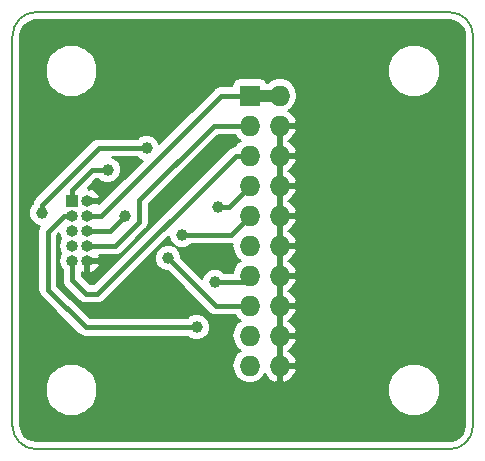
<source format=gbr>
G04 #@! TF.GenerationSoftware,KiCad,Pcbnew,5.0.1-33cea8e~68~ubuntu18.10.1*
G04 #@! TF.CreationDate,2018-11-20T09:41:42+02:00*
G04 #@! TF.ProjectId,BUS-BLASTER-AVR-1.27,4255532D424C41535445522D4156522D,v1.0*
G04 #@! TF.SameCoordinates,Original*
G04 #@! TF.FileFunction,Copper,L1,Top,Signal*
G04 #@! TF.FilePolarity,Positive*
%FSLAX46Y46*%
G04 Gerber Fmt 4.6, Leading zero omitted, Abs format (unit mm)*
G04 Created by KiCad (PCBNEW 5.0.1-33cea8e~68~ubuntu18.10.1) date ti 20. marraskuuta 2018 09.41.42*
%MOMM*%
%LPD*%
G01*
G04 APERTURE LIST*
G04 #@! TA.AperFunction,NonConductor*
%ADD10C,0.150000*%
G04 #@! TD*
G04 #@! TA.AperFunction,ComponentPad*
%ADD11R,1.000000X1.000000*%
G04 #@! TD*
G04 #@! TA.AperFunction,ComponentPad*
%ADD12O,1.000000X1.000000*%
G04 #@! TD*
G04 #@! TA.AperFunction,ComponentPad*
%ADD13R,1.727200X1.727200*%
G04 #@! TD*
G04 #@! TA.AperFunction,ComponentPad*
%ADD14O,1.727200X1.727200*%
G04 #@! TD*
G04 #@! TA.AperFunction,ViaPad*
%ADD15C,1.000000*%
G04 #@! TD*
G04 #@! TA.AperFunction,Conductor*
%ADD16C,0.400000*%
G04 #@! TD*
G04 #@! TA.AperFunction,Conductor*
%ADD17C,1.000000*%
G04 #@! TD*
G04 #@! TA.AperFunction,Conductor*
%ADD18C,0.200000*%
G04 #@! TD*
G04 APERTURE END LIST*
D10*
X65000000Y-87000000D02*
G75*
G02X63000000Y-85000000I0J2000000D01*
G01*
X102000000Y-85000000D02*
G75*
G02X100000000Y-87000000I-2000000J0D01*
G01*
X100000000Y-50000000D02*
G75*
G02X102000000Y-52000000I0J-2000000D01*
G01*
X63000000Y-52000000D02*
G75*
G02X65000000Y-50000000I2000000J0D01*
G01*
X65000000Y-50000000D02*
X100000000Y-50000000D01*
X102000000Y-85000000D02*
X102000000Y-52000000D01*
X65000000Y-87000000D02*
X100000000Y-87000000D01*
X63000000Y-52000000D02*
X63000000Y-85000000D01*
D11*
G04 #@! TO.P,J1,1*
G04 #@! TO.N,TCK*
X68050000Y-65970000D03*
D12*
G04 #@! TO.P,J1,2*
G04 #@! TO.N,GND*
X69320000Y-65970000D03*
G04 #@! TO.P,J1,3*
G04 #@! TO.N,TDO*
X68050000Y-67240000D03*
G04 #@! TO.P,J1,4*
G04 #@! TO.N,VREF*
X69320000Y-67240000D03*
G04 #@! TO.P,J1,5*
G04 #@! TO.N,TMS*
X68050000Y-68510000D03*
G04 #@! TO.P,J1,6*
G04 #@! TO.N,nSRST*
X69320000Y-68510000D03*
G04 #@! TO.P,J1,7*
G04 #@! TO.N,Net-(J1-Pad7)*
X68050000Y-69780000D03*
G04 #@! TO.P,J1,8*
G04 #@! TO.N,nTRST*
X69320000Y-69780000D03*
G04 #@! TO.P,J1,9*
G04 #@! TO.N,TDI*
X68050000Y-71050000D03*
G04 #@! TO.P,J1,10*
G04 #@! TO.N,GND*
X69320000Y-71050000D03*
G04 #@! TD*
D13*
G04 #@! TO.P,J2,1*
G04 #@! TO.N,VREF*
X83100000Y-57080000D03*
D14*
G04 #@! TO.P,J2,2*
X85640000Y-57080000D03*
G04 #@! TO.P,J2,3*
G04 #@! TO.N,nTRST*
X83100000Y-59620000D03*
G04 #@! TO.P,J2,4*
G04 #@! TO.N,GND*
X85640000Y-59620000D03*
G04 #@! TO.P,J2,5*
G04 #@! TO.N,TDI*
X83100000Y-62160000D03*
G04 #@! TO.P,J2,6*
G04 #@! TO.N,GND*
X85640000Y-62160000D03*
G04 #@! TO.P,J2,7*
G04 #@! TO.N,TMS*
X83100000Y-64700000D03*
G04 #@! TO.P,J2,8*
G04 #@! TO.N,GND*
X85640000Y-64700000D03*
G04 #@! TO.P,J2,9*
G04 #@! TO.N,TCK*
X83100000Y-67240000D03*
G04 #@! TO.P,J2,10*
G04 #@! TO.N,GND*
X85640000Y-67240000D03*
G04 #@! TO.P,J2,11*
G04 #@! TO.N,Net-(J2-Pad11)*
X83100000Y-69780000D03*
G04 #@! TO.P,J2,12*
G04 #@! TO.N,GND*
X85640000Y-69780000D03*
G04 #@! TO.P,J2,13*
G04 #@! TO.N,TDO*
X83100000Y-72320000D03*
G04 #@! TO.P,J2,14*
G04 #@! TO.N,GND*
X85640000Y-72320000D03*
G04 #@! TO.P,J2,15*
G04 #@! TO.N,nSRST*
X83100000Y-74860000D03*
G04 #@! TO.P,J2,16*
G04 #@! TO.N,GND*
X85640000Y-74860000D03*
G04 #@! TO.P,J2,17*
G04 #@! TO.N,Net-(J2-Pad17)*
X83100000Y-77400000D03*
G04 #@! TO.P,J2,18*
G04 #@! TO.N,GND*
X85640000Y-77400000D03*
G04 #@! TO.P,J2,19*
G04 #@! TO.N,Net-(J2-Pad19)*
X83100000Y-79940000D03*
G04 #@! TO.P,J2,20*
G04 #@! TO.N,GND*
X85640000Y-79940000D03*
G04 #@! TD*
D15*
G04 #@! TO.N,TCK*
X77350000Y-68850000D03*
X71050000Y-63350000D03*
G04 #@! TO.N,GND*
X71850000Y-74950000D03*
X78900000Y-70250000D03*
X71900000Y-58500000D03*
X75800000Y-54400000D03*
X90700000Y-55500000D03*
X91550000Y-62700000D03*
X97150000Y-68050000D03*
X91950000Y-73650000D03*
X89600000Y-82900000D03*
X81850000Y-83750000D03*
X75100000Y-80100000D03*
X65550000Y-78500000D03*
X75900000Y-65800000D03*
X81150000Y-60950000D03*
X72850000Y-62900000D03*
G04 #@! TO.N,TDO*
X80150000Y-72850000D03*
X78600000Y-76700000D03*
G04 #@! TO.N,TMS*
X65500000Y-67000000D03*
X74350000Y-61500000D03*
X80400000Y-66499999D03*
G04 #@! TO.N,nSRST*
X72500000Y-67250000D03*
X76200001Y-70850001D03*
G04 #@! TD*
D16*
G04 #@! TO.N,TCK*
X83100000Y-67240000D02*
X81490000Y-68850000D01*
X81490000Y-68850000D02*
X78057106Y-68850000D01*
X78057106Y-68850000D02*
X77350000Y-68850000D01*
X68050000Y-65070000D02*
X69770000Y-63350000D01*
X68050000Y-65970000D02*
X68050000Y-65070000D01*
X70342894Y-63350000D02*
X71050000Y-63350000D01*
X69770000Y-63350000D02*
X70342894Y-63350000D01*
G04 #@! TO.N,TDO*
X82570000Y-72850000D02*
X83100000Y-72320000D01*
X80150000Y-72850000D02*
X82570000Y-72850000D01*
X68050000Y-67240000D02*
X67342894Y-67240000D01*
X66000000Y-68582894D02*
X66000000Y-73500000D01*
X66000000Y-73500000D02*
X69200000Y-76700000D01*
X69200000Y-76700000D02*
X77892894Y-76700000D01*
X77892894Y-76700000D02*
X78600000Y-76700000D01*
X67342894Y-67240000D02*
X66000000Y-68582894D01*
D17*
G04 #@! TO.N,VREF*
X83100000Y-57100000D02*
X85640000Y-57100000D01*
D16*
X70510000Y-67240000D02*
X69320000Y-67240000D01*
X83100000Y-57080000D02*
X80670000Y-57080000D01*
X80670000Y-57080000D02*
X70510000Y-67240000D01*
G04 #@! TO.N,TMS*
X70292894Y-61500000D02*
X74350000Y-61500000D01*
X65500000Y-67000000D02*
X65500000Y-66292894D01*
X65500000Y-66292894D02*
X70292894Y-61500000D01*
X81300001Y-66499999D02*
X81107106Y-66499999D01*
X81107106Y-66499999D02*
X80400000Y-66499999D01*
X83100000Y-64700000D02*
X81300001Y-66499999D01*
G04 #@! TO.N,nSRST*
X69320000Y-68510000D02*
X71240000Y-68510000D01*
X71240000Y-68510000D02*
X72500000Y-67250000D01*
X83100000Y-74860000D02*
X80210000Y-74860000D01*
X76700000Y-71350000D02*
X76200001Y-70850001D01*
X80210000Y-74860000D02*
X76700000Y-71350000D01*
G04 #@! TO.N,nTRST*
X80030000Y-59620000D02*
X83100000Y-59620000D01*
X73750000Y-65900000D02*
X80030000Y-59620000D01*
X73750000Y-67748686D02*
X73750000Y-65900000D01*
X69320000Y-69780000D02*
X71718686Y-69780000D01*
X71718686Y-69780000D02*
X73750000Y-67748686D01*
G04 #@! TO.N,TDI*
X68050000Y-72700000D02*
X68050000Y-71050000D01*
X69200000Y-73850000D02*
X68050000Y-72700000D01*
X70200000Y-73850000D02*
X69200000Y-73850000D01*
X83100000Y-62160000D02*
X81890000Y-62160000D01*
X81890000Y-62160000D02*
X70200000Y-73850000D01*
G04 #@! TD*
D18*
G04 #@! TO.N,GND*
G36*
X100369950Y-50734868D02*
X100710162Y-50889553D01*
X100993282Y-51133505D01*
X101196554Y-51447115D01*
X101310322Y-51827530D01*
X101325001Y-52025060D01*
X101325000Y-84951910D01*
X101265132Y-85369952D01*
X101110448Y-85710160D01*
X100866494Y-85993283D01*
X100552886Y-86196553D01*
X100172470Y-86310322D01*
X99974953Y-86325000D01*
X65048090Y-86325000D01*
X64630048Y-86265132D01*
X64289840Y-86110448D01*
X64006717Y-85866494D01*
X63803447Y-85552886D01*
X63689678Y-85172470D01*
X63675000Y-84974953D01*
X63675000Y-81562393D01*
X65800000Y-81562393D01*
X65800000Y-82437607D01*
X66134930Y-83246200D01*
X66753800Y-83865070D01*
X67562393Y-84200000D01*
X68437607Y-84200000D01*
X69246200Y-83865070D01*
X69865070Y-83246200D01*
X70200000Y-82437607D01*
X70200000Y-81562393D01*
X94800000Y-81562393D01*
X94800000Y-82437607D01*
X95134930Y-83246200D01*
X95753800Y-83865070D01*
X96562393Y-84200000D01*
X97437607Y-84200000D01*
X98246200Y-83865070D01*
X98865070Y-83246200D01*
X99200000Y-82437607D01*
X99200000Y-81562393D01*
X98865070Y-80753800D01*
X98246200Y-80134930D01*
X97437607Y-79800000D01*
X96562393Y-79800000D01*
X95753800Y-80134930D01*
X95134930Y-80753800D01*
X94800000Y-81562393D01*
X70200000Y-81562393D01*
X69865070Y-80753800D01*
X69246200Y-80134930D01*
X68437607Y-79800000D01*
X67562393Y-79800000D01*
X66753800Y-80134930D01*
X66134930Y-80753800D01*
X65800000Y-81562393D01*
X63675000Y-81562393D01*
X63675000Y-66781196D01*
X64400000Y-66781196D01*
X64400000Y-67218804D01*
X64567465Y-67623100D01*
X64876900Y-67932535D01*
X65281196Y-68100000D01*
X65360509Y-68100000D01*
X65246417Y-68270751D01*
X65200000Y-68504106D01*
X65200000Y-68504110D01*
X65184329Y-68582894D01*
X65200000Y-68661678D01*
X65200001Y-73421211D01*
X65184329Y-73500000D01*
X65246418Y-73812144D01*
X65378603Y-74009973D01*
X65378605Y-74009975D01*
X65423234Y-74076767D01*
X65490026Y-74121396D01*
X68578604Y-77209975D01*
X68623233Y-77276767D01*
X68887856Y-77453583D01*
X69121211Y-77500000D01*
X69121215Y-77500000D01*
X69199999Y-77515671D01*
X69278783Y-77500000D01*
X77844365Y-77500000D01*
X77976900Y-77632535D01*
X78381196Y-77800000D01*
X78818804Y-77800000D01*
X79223100Y-77632535D01*
X79532535Y-77323100D01*
X79700000Y-76918804D01*
X79700000Y-76481196D01*
X79532535Y-76076900D01*
X79223100Y-75767465D01*
X78818804Y-75600000D01*
X78381196Y-75600000D01*
X77976900Y-75767465D01*
X77844365Y-75900000D01*
X69531371Y-75900000D01*
X66800000Y-73168630D01*
X66800000Y-68914264D01*
X66974211Y-68740054D01*
X67013823Y-68939199D01*
X67151335Y-69145000D01*
X67013823Y-69350801D01*
X66928450Y-69780000D01*
X67013823Y-70209199D01*
X67151335Y-70415000D01*
X67013823Y-70620801D01*
X66928450Y-71050000D01*
X67013823Y-71479199D01*
X67250001Y-71832664D01*
X67250000Y-72621216D01*
X67234329Y-72700000D01*
X67250000Y-72778784D01*
X67250000Y-72778788D01*
X67296417Y-73012143D01*
X67473233Y-73276767D01*
X67540028Y-73321398D01*
X68578602Y-74359972D01*
X68623233Y-74426767D01*
X68701332Y-74478951D01*
X68887855Y-74603583D01*
X68937950Y-74613547D01*
X69121211Y-74650000D01*
X69121215Y-74650000D01*
X69200000Y-74665671D01*
X69278785Y-74650000D01*
X70121216Y-74650000D01*
X70200000Y-74665671D01*
X70278784Y-74650000D01*
X70278789Y-74650000D01*
X70512144Y-74603583D01*
X70776767Y-74426767D01*
X70821398Y-74359972D01*
X76250000Y-68931370D01*
X76250000Y-69068804D01*
X76417465Y-69473100D01*
X76726900Y-69782535D01*
X77131196Y-69950000D01*
X77568804Y-69950000D01*
X77973100Y-69782535D01*
X78105635Y-69650000D01*
X81411216Y-69650000D01*
X81490000Y-69665671D01*
X81568784Y-69650000D01*
X81568789Y-69650000D01*
X81636255Y-69636580D01*
X81607727Y-69780000D01*
X81721320Y-70351068D01*
X82044804Y-70835196D01*
X82366281Y-71050000D01*
X82044804Y-71264804D01*
X81721320Y-71748932D01*
X81661434Y-72050000D01*
X80905635Y-72050000D01*
X80773100Y-71917465D01*
X80368804Y-71750000D01*
X79931196Y-71750000D01*
X79526900Y-71917465D01*
X79217465Y-72226900D01*
X79068325Y-72586955D01*
X77300001Y-70818631D01*
X77300001Y-70631197D01*
X77132536Y-70226901D01*
X76823101Y-69917466D01*
X76418805Y-69750001D01*
X75981197Y-69750001D01*
X75576901Y-69917466D01*
X75267466Y-70226901D01*
X75100001Y-70631197D01*
X75100001Y-71068805D01*
X75267466Y-71473101D01*
X75576901Y-71782536D01*
X75981197Y-71950001D01*
X76168631Y-71950001D01*
X79588602Y-75369972D01*
X79633233Y-75436767D01*
X79781347Y-75535734D01*
X79897855Y-75613583D01*
X79947950Y-75623547D01*
X80131211Y-75660000D01*
X80131215Y-75660000D01*
X80210000Y-75675671D01*
X80288785Y-75660000D01*
X81874287Y-75660000D01*
X82044804Y-75915196D01*
X82366281Y-76130000D01*
X82044804Y-76344804D01*
X81721320Y-76828932D01*
X81607727Y-77400000D01*
X81721320Y-77971068D01*
X82044804Y-78455196D01*
X82366281Y-78670000D01*
X82044804Y-78884804D01*
X81721320Y-79368932D01*
X81607727Y-79940000D01*
X81721320Y-80511068D01*
X82044804Y-80995196D01*
X82528932Y-81318680D01*
X82955852Y-81403600D01*
X83244148Y-81403600D01*
X83671068Y-81318680D01*
X84155196Y-80995196D01*
X84367302Y-80677756D01*
X84744000Y-81107402D01*
X85258949Y-81361423D01*
X85486000Y-81251532D01*
X85486000Y-80094000D01*
X85794000Y-80094000D01*
X85794000Y-81251532D01*
X86021051Y-81361423D01*
X86536000Y-81107402D01*
X86914541Y-80675654D01*
X87061411Y-80321049D01*
X86950583Y-80094000D01*
X85794000Y-80094000D01*
X85486000Y-80094000D01*
X85466000Y-80094000D01*
X85466000Y-79786000D01*
X85486000Y-79786000D01*
X85486000Y-77554000D01*
X85794000Y-77554000D01*
X85794000Y-79786000D01*
X86950583Y-79786000D01*
X87061411Y-79558951D01*
X86914541Y-79204346D01*
X86536000Y-78772598D01*
X86328014Y-78670000D01*
X86536000Y-78567402D01*
X86914541Y-78135654D01*
X87061411Y-77781049D01*
X86950583Y-77554000D01*
X85794000Y-77554000D01*
X85486000Y-77554000D01*
X85466000Y-77554000D01*
X85466000Y-77246000D01*
X85486000Y-77246000D01*
X85486000Y-75014000D01*
X85794000Y-75014000D01*
X85794000Y-77246000D01*
X86950583Y-77246000D01*
X87061411Y-77018951D01*
X86914541Y-76664346D01*
X86536000Y-76232598D01*
X86328014Y-76130000D01*
X86536000Y-76027402D01*
X86914541Y-75595654D01*
X87061411Y-75241049D01*
X86950583Y-75014000D01*
X85794000Y-75014000D01*
X85486000Y-75014000D01*
X85466000Y-75014000D01*
X85466000Y-74706000D01*
X85486000Y-74706000D01*
X85486000Y-72474000D01*
X85794000Y-72474000D01*
X85794000Y-74706000D01*
X86950583Y-74706000D01*
X87061411Y-74478951D01*
X86914541Y-74124346D01*
X86536000Y-73692598D01*
X86328014Y-73590000D01*
X86536000Y-73487402D01*
X86914541Y-73055654D01*
X87061411Y-72701049D01*
X86950583Y-72474000D01*
X85794000Y-72474000D01*
X85486000Y-72474000D01*
X85466000Y-72474000D01*
X85466000Y-72166000D01*
X85486000Y-72166000D01*
X85486000Y-69934000D01*
X85794000Y-69934000D01*
X85794000Y-72166000D01*
X86950583Y-72166000D01*
X87061411Y-71938951D01*
X86914541Y-71584346D01*
X86536000Y-71152598D01*
X86328014Y-71050000D01*
X86536000Y-70947402D01*
X86914541Y-70515654D01*
X87061411Y-70161049D01*
X86950583Y-69934000D01*
X85794000Y-69934000D01*
X85486000Y-69934000D01*
X85466000Y-69934000D01*
X85466000Y-69626000D01*
X85486000Y-69626000D01*
X85486000Y-67394000D01*
X85794000Y-67394000D01*
X85794000Y-69626000D01*
X86950583Y-69626000D01*
X87061411Y-69398951D01*
X86914541Y-69044346D01*
X86536000Y-68612598D01*
X86328014Y-68510000D01*
X86536000Y-68407402D01*
X86914541Y-67975654D01*
X87061411Y-67621049D01*
X86950583Y-67394000D01*
X85794000Y-67394000D01*
X85486000Y-67394000D01*
X85466000Y-67394000D01*
X85466000Y-67086000D01*
X85486000Y-67086000D01*
X85486000Y-64854000D01*
X85794000Y-64854000D01*
X85794000Y-67086000D01*
X86950583Y-67086000D01*
X87061411Y-66858951D01*
X86914541Y-66504346D01*
X86536000Y-66072598D01*
X86328014Y-65970000D01*
X86536000Y-65867402D01*
X86914541Y-65435654D01*
X87061411Y-65081049D01*
X86950583Y-64854000D01*
X85794000Y-64854000D01*
X85486000Y-64854000D01*
X85466000Y-64854000D01*
X85466000Y-64546000D01*
X85486000Y-64546000D01*
X85486000Y-62314000D01*
X85794000Y-62314000D01*
X85794000Y-64546000D01*
X86950583Y-64546000D01*
X87061411Y-64318951D01*
X86914541Y-63964346D01*
X86536000Y-63532598D01*
X86328014Y-63430000D01*
X86536000Y-63327402D01*
X86914541Y-62895654D01*
X87061411Y-62541049D01*
X86950583Y-62314000D01*
X85794000Y-62314000D01*
X85486000Y-62314000D01*
X85466000Y-62314000D01*
X85466000Y-62006000D01*
X85486000Y-62006000D01*
X85486000Y-59774000D01*
X85794000Y-59774000D01*
X85794000Y-62006000D01*
X86950583Y-62006000D01*
X87061411Y-61778951D01*
X86914541Y-61424346D01*
X86536000Y-60992598D01*
X86328014Y-60890000D01*
X86536000Y-60787402D01*
X86914541Y-60355654D01*
X87061411Y-60001049D01*
X86950583Y-59774000D01*
X85794000Y-59774000D01*
X85486000Y-59774000D01*
X85466000Y-59774000D01*
X85466000Y-59466000D01*
X85486000Y-59466000D01*
X85486000Y-59446000D01*
X85794000Y-59446000D01*
X85794000Y-59466000D01*
X86950583Y-59466000D01*
X87061411Y-59238951D01*
X86914541Y-58884346D01*
X86536000Y-58452598D01*
X86354308Y-58362970D01*
X86695196Y-58135196D01*
X87018680Y-57651068D01*
X87132273Y-57080000D01*
X87018680Y-56508932D01*
X86695196Y-56024804D01*
X86211068Y-55701320D01*
X85784148Y-55616400D01*
X85495852Y-55616400D01*
X85068932Y-55701320D01*
X84621926Y-56000000D01*
X84532309Y-56000000D01*
X84528787Y-55982292D01*
X84396175Y-55783825D01*
X84197708Y-55651213D01*
X83963600Y-55604646D01*
X82236400Y-55604646D01*
X82002292Y-55651213D01*
X81803825Y-55783825D01*
X81671213Y-55982292D01*
X81624646Y-56216400D01*
X81624646Y-56280000D01*
X80748784Y-56280000D01*
X80670000Y-56264329D01*
X80591216Y-56280000D01*
X80591211Y-56280000D01*
X80357856Y-56326417D01*
X80093233Y-56503233D01*
X80048604Y-56570025D01*
X75417030Y-61201599D01*
X75282535Y-60876900D01*
X74973100Y-60567465D01*
X74568804Y-60400000D01*
X74131196Y-60400000D01*
X73726900Y-60567465D01*
X73594365Y-60700000D01*
X70371679Y-60700000D01*
X70292894Y-60684329D01*
X70214109Y-60700000D01*
X70214105Y-60700000D01*
X70030844Y-60736453D01*
X69980749Y-60746417D01*
X69864241Y-60824266D01*
X69716127Y-60923233D01*
X69671496Y-60990028D01*
X64990026Y-65671498D01*
X64923234Y-65716127D01*
X64878605Y-65782919D01*
X64878603Y-65782921D01*
X64784850Y-65923232D01*
X64746418Y-65980750D01*
X64700000Y-66214105D01*
X64700000Y-66214110D01*
X64692488Y-66251877D01*
X64567465Y-66376900D01*
X64400000Y-66781196D01*
X63675000Y-66781196D01*
X63675000Y-54562393D01*
X65800000Y-54562393D01*
X65800000Y-55437607D01*
X66134930Y-56246200D01*
X66753800Y-56865070D01*
X67562393Y-57200000D01*
X68437607Y-57200000D01*
X69246200Y-56865070D01*
X69865070Y-56246200D01*
X70200000Y-55437607D01*
X70200000Y-54562393D01*
X94800000Y-54562393D01*
X94800000Y-55437607D01*
X95134930Y-56246200D01*
X95753800Y-56865070D01*
X96562393Y-57200000D01*
X97437607Y-57200000D01*
X98246200Y-56865070D01*
X98865070Y-56246200D01*
X99200000Y-55437607D01*
X99200000Y-54562393D01*
X98865070Y-53753800D01*
X98246200Y-53134930D01*
X97437607Y-52800000D01*
X96562393Y-52800000D01*
X95753800Y-53134930D01*
X95134930Y-53753800D01*
X94800000Y-54562393D01*
X70200000Y-54562393D01*
X69865070Y-53753800D01*
X69246200Y-53134930D01*
X68437607Y-52800000D01*
X67562393Y-52800000D01*
X66753800Y-53134930D01*
X66134930Y-53753800D01*
X65800000Y-54562393D01*
X63675000Y-54562393D01*
X63675000Y-52048090D01*
X63734868Y-51630050D01*
X63889553Y-51289838D01*
X64133505Y-51006718D01*
X64447115Y-50803446D01*
X64827530Y-50689678D01*
X65025046Y-50675000D01*
X99951910Y-50675000D01*
X100369950Y-50734868D01*
X100369950Y-50734868D01*
G37*
X100369950Y-50734868D02*
X100710162Y-50889553D01*
X100993282Y-51133505D01*
X101196554Y-51447115D01*
X101310322Y-51827530D01*
X101325001Y-52025060D01*
X101325000Y-84951910D01*
X101265132Y-85369952D01*
X101110448Y-85710160D01*
X100866494Y-85993283D01*
X100552886Y-86196553D01*
X100172470Y-86310322D01*
X99974953Y-86325000D01*
X65048090Y-86325000D01*
X64630048Y-86265132D01*
X64289840Y-86110448D01*
X64006717Y-85866494D01*
X63803447Y-85552886D01*
X63689678Y-85172470D01*
X63675000Y-84974953D01*
X63675000Y-81562393D01*
X65800000Y-81562393D01*
X65800000Y-82437607D01*
X66134930Y-83246200D01*
X66753800Y-83865070D01*
X67562393Y-84200000D01*
X68437607Y-84200000D01*
X69246200Y-83865070D01*
X69865070Y-83246200D01*
X70200000Y-82437607D01*
X70200000Y-81562393D01*
X94800000Y-81562393D01*
X94800000Y-82437607D01*
X95134930Y-83246200D01*
X95753800Y-83865070D01*
X96562393Y-84200000D01*
X97437607Y-84200000D01*
X98246200Y-83865070D01*
X98865070Y-83246200D01*
X99200000Y-82437607D01*
X99200000Y-81562393D01*
X98865070Y-80753800D01*
X98246200Y-80134930D01*
X97437607Y-79800000D01*
X96562393Y-79800000D01*
X95753800Y-80134930D01*
X95134930Y-80753800D01*
X94800000Y-81562393D01*
X70200000Y-81562393D01*
X69865070Y-80753800D01*
X69246200Y-80134930D01*
X68437607Y-79800000D01*
X67562393Y-79800000D01*
X66753800Y-80134930D01*
X66134930Y-80753800D01*
X65800000Y-81562393D01*
X63675000Y-81562393D01*
X63675000Y-66781196D01*
X64400000Y-66781196D01*
X64400000Y-67218804D01*
X64567465Y-67623100D01*
X64876900Y-67932535D01*
X65281196Y-68100000D01*
X65360509Y-68100000D01*
X65246417Y-68270751D01*
X65200000Y-68504106D01*
X65200000Y-68504110D01*
X65184329Y-68582894D01*
X65200000Y-68661678D01*
X65200001Y-73421211D01*
X65184329Y-73500000D01*
X65246418Y-73812144D01*
X65378603Y-74009973D01*
X65378605Y-74009975D01*
X65423234Y-74076767D01*
X65490026Y-74121396D01*
X68578604Y-77209975D01*
X68623233Y-77276767D01*
X68887856Y-77453583D01*
X69121211Y-77500000D01*
X69121215Y-77500000D01*
X69199999Y-77515671D01*
X69278783Y-77500000D01*
X77844365Y-77500000D01*
X77976900Y-77632535D01*
X78381196Y-77800000D01*
X78818804Y-77800000D01*
X79223100Y-77632535D01*
X79532535Y-77323100D01*
X79700000Y-76918804D01*
X79700000Y-76481196D01*
X79532535Y-76076900D01*
X79223100Y-75767465D01*
X78818804Y-75600000D01*
X78381196Y-75600000D01*
X77976900Y-75767465D01*
X77844365Y-75900000D01*
X69531371Y-75900000D01*
X66800000Y-73168630D01*
X66800000Y-68914264D01*
X66974211Y-68740054D01*
X67013823Y-68939199D01*
X67151335Y-69145000D01*
X67013823Y-69350801D01*
X66928450Y-69780000D01*
X67013823Y-70209199D01*
X67151335Y-70415000D01*
X67013823Y-70620801D01*
X66928450Y-71050000D01*
X67013823Y-71479199D01*
X67250001Y-71832664D01*
X67250000Y-72621216D01*
X67234329Y-72700000D01*
X67250000Y-72778784D01*
X67250000Y-72778788D01*
X67296417Y-73012143D01*
X67473233Y-73276767D01*
X67540028Y-73321398D01*
X68578602Y-74359972D01*
X68623233Y-74426767D01*
X68701332Y-74478951D01*
X68887855Y-74603583D01*
X68937950Y-74613547D01*
X69121211Y-74650000D01*
X69121215Y-74650000D01*
X69200000Y-74665671D01*
X69278785Y-74650000D01*
X70121216Y-74650000D01*
X70200000Y-74665671D01*
X70278784Y-74650000D01*
X70278789Y-74650000D01*
X70512144Y-74603583D01*
X70776767Y-74426767D01*
X70821398Y-74359972D01*
X76250000Y-68931370D01*
X76250000Y-69068804D01*
X76417465Y-69473100D01*
X76726900Y-69782535D01*
X77131196Y-69950000D01*
X77568804Y-69950000D01*
X77973100Y-69782535D01*
X78105635Y-69650000D01*
X81411216Y-69650000D01*
X81490000Y-69665671D01*
X81568784Y-69650000D01*
X81568789Y-69650000D01*
X81636255Y-69636580D01*
X81607727Y-69780000D01*
X81721320Y-70351068D01*
X82044804Y-70835196D01*
X82366281Y-71050000D01*
X82044804Y-71264804D01*
X81721320Y-71748932D01*
X81661434Y-72050000D01*
X80905635Y-72050000D01*
X80773100Y-71917465D01*
X80368804Y-71750000D01*
X79931196Y-71750000D01*
X79526900Y-71917465D01*
X79217465Y-72226900D01*
X79068325Y-72586955D01*
X77300001Y-70818631D01*
X77300001Y-70631197D01*
X77132536Y-70226901D01*
X76823101Y-69917466D01*
X76418805Y-69750001D01*
X75981197Y-69750001D01*
X75576901Y-69917466D01*
X75267466Y-70226901D01*
X75100001Y-70631197D01*
X75100001Y-71068805D01*
X75267466Y-71473101D01*
X75576901Y-71782536D01*
X75981197Y-71950001D01*
X76168631Y-71950001D01*
X79588602Y-75369972D01*
X79633233Y-75436767D01*
X79781347Y-75535734D01*
X79897855Y-75613583D01*
X79947950Y-75623547D01*
X80131211Y-75660000D01*
X80131215Y-75660000D01*
X80210000Y-75675671D01*
X80288785Y-75660000D01*
X81874287Y-75660000D01*
X82044804Y-75915196D01*
X82366281Y-76130000D01*
X82044804Y-76344804D01*
X81721320Y-76828932D01*
X81607727Y-77400000D01*
X81721320Y-77971068D01*
X82044804Y-78455196D01*
X82366281Y-78670000D01*
X82044804Y-78884804D01*
X81721320Y-79368932D01*
X81607727Y-79940000D01*
X81721320Y-80511068D01*
X82044804Y-80995196D01*
X82528932Y-81318680D01*
X82955852Y-81403600D01*
X83244148Y-81403600D01*
X83671068Y-81318680D01*
X84155196Y-80995196D01*
X84367302Y-80677756D01*
X84744000Y-81107402D01*
X85258949Y-81361423D01*
X85486000Y-81251532D01*
X85486000Y-80094000D01*
X85794000Y-80094000D01*
X85794000Y-81251532D01*
X86021051Y-81361423D01*
X86536000Y-81107402D01*
X86914541Y-80675654D01*
X87061411Y-80321049D01*
X86950583Y-80094000D01*
X85794000Y-80094000D01*
X85486000Y-80094000D01*
X85466000Y-80094000D01*
X85466000Y-79786000D01*
X85486000Y-79786000D01*
X85486000Y-77554000D01*
X85794000Y-77554000D01*
X85794000Y-79786000D01*
X86950583Y-79786000D01*
X87061411Y-79558951D01*
X86914541Y-79204346D01*
X86536000Y-78772598D01*
X86328014Y-78670000D01*
X86536000Y-78567402D01*
X86914541Y-78135654D01*
X87061411Y-77781049D01*
X86950583Y-77554000D01*
X85794000Y-77554000D01*
X85486000Y-77554000D01*
X85466000Y-77554000D01*
X85466000Y-77246000D01*
X85486000Y-77246000D01*
X85486000Y-75014000D01*
X85794000Y-75014000D01*
X85794000Y-77246000D01*
X86950583Y-77246000D01*
X87061411Y-77018951D01*
X86914541Y-76664346D01*
X86536000Y-76232598D01*
X86328014Y-76130000D01*
X86536000Y-76027402D01*
X86914541Y-75595654D01*
X87061411Y-75241049D01*
X86950583Y-75014000D01*
X85794000Y-75014000D01*
X85486000Y-75014000D01*
X85466000Y-75014000D01*
X85466000Y-74706000D01*
X85486000Y-74706000D01*
X85486000Y-72474000D01*
X85794000Y-72474000D01*
X85794000Y-74706000D01*
X86950583Y-74706000D01*
X87061411Y-74478951D01*
X86914541Y-74124346D01*
X86536000Y-73692598D01*
X86328014Y-73590000D01*
X86536000Y-73487402D01*
X86914541Y-73055654D01*
X87061411Y-72701049D01*
X86950583Y-72474000D01*
X85794000Y-72474000D01*
X85486000Y-72474000D01*
X85466000Y-72474000D01*
X85466000Y-72166000D01*
X85486000Y-72166000D01*
X85486000Y-69934000D01*
X85794000Y-69934000D01*
X85794000Y-72166000D01*
X86950583Y-72166000D01*
X87061411Y-71938951D01*
X86914541Y-71584346D01*
X86536000Y-71152598D01*
X86328014Y-71050000D01*
X86536000Y-70947402D01*
X86914541Y-70515654D01*
X87061411Y-70161049D01*
X86950583Y-69934000D01*
X85794000Y-69934000D01*
X85486000Y-69934000D01*
X85466000Y-69934000D01*
X85466000Y-69626000D01*
X85486000Y-69626000D01*
X85486000Y-67394000D01*
X85794000Y-67394000D01*
X85794000Y-69626000D01*
X86950583Y-69626000D01*
X87061411Y-69398951D01*
X86914541Y-69044346D01*
X86536000Y-68612598D01*
X86328014Y-68510000D01*
X86536000Y-68407402D01*
X86914541Y-67975654D01*
X87061411Y-67621049D01*
X86950583Y-67394000D01*
X85794000Y-67394000D01*
X85486000Y-67394000D01*
X85466000Y-67394000D01*
X85466000Y-67086000D01*
X85486000Y-67086000D01*
X85486000Y-64854000D01*
X85794000Y-64854000D01*
X85794000Y-67086000D01*
X86950583Y-67086000D01*
X87061411Y-66858951D01*
X86914541Y-66504346D01*
X86536000Y-66072598D01*
X86328014Y-65970000D01*
X86536000Y-65867402D01*
X86914541Y-65435654D01*
X87061411Y-65081049D01*
X86950583Y-64854000D01*
X85794000Y-64854000D01*
X85486000Y-64854000D01*
X85466000Y-64854000D01*
X85466000Y-64546000D01*
X85486000Y-64546000D01*
X85486000Y-62314000D01*
X85794000Y-62314000D01*
X85794000Y-64546000D01*
X86950583Y-64546000D01*
X87061411Y-64318951D01*
X86914541Y-63964346D01*
X86536000Y-63532598D01*
X86328014Y-63430000D01*
X86536000Y-63327402D01*
X86914541Y-62895654D01*
X87061411Y-62541049D01*
X86950583Y-62314000D01*
X85794000Y-62314000D01*
X85486000Y-62314000D01*
X85466000Y-62314000D01*
X85466000Y-62006000D01*
X85486000Y-62006000D01*
X85486000Y-59774000D01*
X85794000Y-59774000D01*
X85794000Y-62006000D01*
X86950583Y-62006000D01*
X87061411Y-61778951D01*
X86914541Y-61424346D01*
X86536000Y-60992598D01*
X86328014Y-60890000D01*
X86536000Y-60787402D01*
X86914541Y-60355654D01*
X87061411Y-60001049D01*
X86950583Y-59774000D01*
X85794000Y-59774000D01*
X85486000Y-59774000D01*
X85466000Y-59774000D01*
X85466000Y-59466000D01*
X85486000Y-59466000D01*
X85486000Y-59446000D01*
X85794000Y-59446000D01*
X85794000Y-59466000D01*
X86950583Y-59466000D01*
X87061411Y-59238951D01*
X86914541Y-58884346D01*
X86536000Y-58452598D01*
X86354308Y-58362970D01*
X86695196Y-58135196D01*
X87018680Y-57651068D01*
X87132273Y-57080000D01*
X87018680Y-56508932D01*
X86695196Y-56024804D01*
X86211068Y-55701320D01*
X85784148Y-55616400D01*
X85495852Y-55616400D01*
X85068932Y-55701320D01*
X84621926Y-56000000D01*
X84532309Y-56000000D01*
X84528787Y-55982292D01*
X84396175Y-55783825D01*
X84197708Y-55651213D01*
X83963600Y-55604646D01*
X82236400Y-55604646D01*
X82002292Y-55651213D01*
X81803825Y-55783825D01*
X81671213Y-55982292D01*
X81624646Y-56216400D01*
X81624646Y-56280000D01*
X80748784Y-56280000D01*
X80670000Y-56264329D01*
X80591216Y-56280000D01*
X80591211Y-56280000D01*
X80357856Y-56326417D01*
X80093233Y-56503233D01*
X80048604Y-56570025D01*
X75417030Y-61201599D01*
X75282535Y-60876900D01*
X74973100Y-60567465D01*
X74568804Y-60400000D01*
X74131196Y-60400000D01*
X73726900Y-60567465D01*
X73594365Y-60700000D01*
X70371679Y-60700000D01*
X70292894Y-60684329D01*
X70214109Y-60700000D01*
X70214105Y-60700000D01*
X70030844Y-60736453D01*
X69980749Y-60746417D01*
X69864241Y-60824266D01*
X69716127Y-60923233D01*
X69671496Y-60990028D01*
X64990026Y-65671498D01*
X64923234Y-65716127D01*
X64878605Y-65782919D01*
X64878603Y-65782921D01*
X64784850Y-65923232D01*
X64746418Y-65980750D01*
X64700000Y-66214105D01*
X64700000Y-66214110D01*
X64692488Y-66251877D01*
X64567465Y-66376900D01*
X64400000Y-66781196D01*
X63675000Y-66781196D01*
X63675000Y-54562393D01*
X65800000Y-54562393D01*
X65800000Y-55437607D01*
X66134930Y-56246200D01*
X66753800Y-56865070D01*
X67562393Y-57200000D01*
X68437607Y-57200000D01*
X69246200Y-56865070D01*
X69865070Y-56246200D01*
X70200000Y-55437607D01*
X70200000Y-54562393D01*
X94800000Y-54562393D01*
X94800000Y-55437607D01*
X95134930Y-56246200D01*
X95753800Y-56865070D01*
X96562393Y-57200000D01*
X97437607Y-57200000D01*
X98246200Y-56865070D01*
X98865070Y-56246200D01*
X99200000Y-55437607D01*
X99200000Y-54562393D01*
X98865070Y-53753800D01*
X98246200Y-53134930D01*
X97437607Y-52800000D01*
X96562393Y-52800000D01*
X95753800Y-53134930D01*
X95134930Y-53753800D01*
X94800000Y-54562393D01*
X70200000Y-54562393D01*
X69865070Y-53753800D01*
X69246200Y-53134930D01*
X68437607Y-52800000D01*
X67562393Y-52800000D01*
X66753800Y-53134930D01*
X66134930Y-53753800D01*
X65800000Y-54562393D01*
X63675000Y-54562393D01*
X63675000Y-52048090D01*
X63734868Y-51630050D01*
X63889553Y-51289838D01*
X64133505Y-51006718D01*
X64447115Y-50803446D01*
X64827530Y-50689678D01*
X65025046Y-50675000D01*
X99951910Y-50675000D01*
X100369950Y-50734868D01*
G36*
X82044804Y-60675196D02*
X82366281Y-60890000D01*
X82044804Y-61104804D01*
X81883956Y-61345530D01*
X81577855Y-61406417D01*
X81551023Y-61424346D01*
X81313233Y-61583233D01*
X81268602Y-61650028D01*
X69868630Y-73050000D01*
X69531370Y-73050000D01*
X68850000Y-72368630D01*
X68850000Y-72031115D01*
X68996247Y-72109661D01*
X69166000Y-71995261D01*
X69166000Y-71204000D01*
X69474000Y-71204000D01*
X69474000Y-71995261D01*
X69643753Y-72109661D01*
X70024623Y-71905104D01*
X70298221Y-71570366D01*
X70379646Y-71373751D01*
X70263515Y-71204000D01*
X69474000Y-71204000D01*
X69166000Y-71204000D01*
X69146000Y-71204000D01*
X69146000Y-71178446D01*
X69171550Y-71050000D01*
X69146000Y-70921554D01*
X69146000Y-70896000D01*
X69166000Y-70896000D01*
X69166000Y-70876000D01*
X69191553Y-70876000D01*
X69211661Y-70880000D01*
X69428339Y-70880000D01*
X69448447Y-70876000D01*
X69474000Y-70876000D01*
X69474000Y-70896000D01*
X70263515Y-70896000D01*
X70379646Y-70726249D01*
X70319079Y-70580000D01*
X71639902Y-70580000D01*
X71718686Y-70595671D01*
X71797470Y-70580000D01*
X71797475Y-70580000D01*
X72030830Y-70533583D01*
X72295453Y-70356767D01*
X72340084Y-70289972D01*
X74259975Y-68370082D01*
X74326767Y-68325453D01*
X74503583Y-68060830D01*
X74550000Y-67827475D01*
X74550000Y-67827470D01*
X74565671Y-67748686D01*
X74550000Y-67669902D01*
X74550000Y-66231370D01*
X80361371Y-60420000D01*
X81874287Y-60420000D01*
X82044804Y-60675196D01*
X82044804Y-60675196D01*
G37*
X82044804Y-60675196D02*
X82366281Y-60890000D01*
X82044804Y-61104804D01*
X81883956Y-61345530D01*
X81577855Y-61406417D01*
X81551023Y-61424346D01*
X81313233Y-61583233D01*
X81268602Y-61650028D01*
X69868630Y-73050000D01*
X69531370Y-73050000D01*
X68850000Y-72368630D01*
X68850000Y-72031115D01*
X68996247Y-72109661D01*
X69166000Y-71995261D01*
X69166000Y-71204000D01*
X69474000Y-71204000D01*
X69474000Y-71995261D01*
X69643753Y-72109661D01*
X70024623Y-71905104D01*
X70298221Y-71570366D01*
X70379646Y-71373751D01*
X70263515Y-71204000D01*
X69474000Y-71204000D01*
X69166000Y-71204000D01*
X69146000Y-71204000D01*
X69146000Y-71178446D01*
X69171550Y-71050000D01*
X69146000Y-70921554D01*
X69146000Y-70896000D01*
X69166000Y-70896000D01*
X69166000Y-70876000D01*
X69191553Y-70876000D01*
X69211661Y-70880000D01*
X69428339Y-70880000D01*
X69448447Y-70876000D01*
X69474000Y-70876000D01*
X69474000Y-70896000D01*
X70263515Y-70896000D01*
X70379646Y-70726249D01*
X70319079Y-70580000D01*
X71639902Y-70580000D01*
X71718686Y-70595671D01*
X71797470Y-70580000D01*
X71797475Y-70580000D01*
X72030830Y-70533583D01*
X72295453Y-70356767D01*
X72340084Y-70289972D01*
X74259975Y-68370082D01*
X74326767Y-68325453D01*
X74503583Y-68060830D01*
X74550000Y-67827475D01*
X74550000Y-67827470D01*
X74565671Y-67748686D01*
X74550000Y-67669902D01*
X74550000Y-66231370D01*
X80361371Y-60420000D01*
X81874287Y-60420000D01*
X82044804Y-60675196D01*
G36*
X73726900Y-62432535D02*
X74051600Y-62567030D01*
X70357399Y-66261231D01*
X70263515Y-66124000D01*
X69474000Y-66124000D01*
X69474000Y-66144000D01*
X69448447Y-66144000D01*
X69428339Y-66140000D01*
X69211661Y-66140000D01*
X69191553Y-66144000D01*
X69166000Y-66144000D01*
X69166000Y-66124000D01*
X69161754Y-66124000D01*
X69161754Y-65816000D01*
X69166000Y-65816000D01*
X69166000Y-65796000D01*
X69474000Y-65796000D01*
X69474000Y-65816000D01*
X70263515Y-65816000D01*
X70379646Y-65646249D01*
X70298221Y-65449634D01*
X70024623Y-65114896D01*
X69643753Y-64910339D01*
X69474002Y-65024738D01*
X69474002Y-64862000D01*
X69389370Y-64862000D01*
X70101371Y-64150000D01*
X70294365Y-64150000D01*
X70426900Y-64282535D01*
X70831196Y-64450000D01*
X71268804Y-64450000D01*
X71673100Y-64282535D01*
X71982535Y-63973100D01*
X72150000Y-63568804D01*
X72150000Y-63131196D01*
X71982535Y-62726900D01*
X71673100Y-62417465D01*
X71389515Y-62300000D01*
X73594365Y-62300000D01*
X73726900Y-62432535D01*
X73726900Y-62432535D01*
G37*
X73726900Y-62432535D02*
X74051600Y-62567030D01*
X70357399Y-66261231D01*
X70263515Y-66124000D01*
X69474000Y-66124000D01*
X69474000Y-66144000D01*
X69448447Y-66144000D01*
X69428339Y-66140000D01*
X69211661Y-66140000D01*
X69191553Y-66144000D01*
X69166000Y-66144000D01*
X69166000Y-66124000D01*
X69161754Y-66124000D01*
X69161754Y-65816000D01*
X69166000Y-65816000D01*
X69166000Y-65796000D01*
X69474000Y-65796000D01*
X69474000Y-65816000D01*
X70263515Y-65816000D01*
X70379646Y-65646249D01*
X70298221Y-65449634D01*
X70024623Y-65114896D01*
X69643753Y-64910339D01*
X69474002Y-65024738D01*
X69474002Y-64862000D01*
X69389370Y-64862000D01*
X70101371Y-64150000D01*
X70294365Y-64150000D01*
X70426900Y-64282535D01*
X70831196Y-64450000D01*
X71268804Y-64450000D01*
X71673100Y-64282535D01*
X71982535Y-63973100D01*
X72150000Y-63568804D01*
X72150000Y-63131196D01*
X71982535Y-62726900D01*
X71673100Y-62417465D01*
X71389515Y-62300000D01*
X73594365Y-62300000D01*
X73726900Y-62432535D01*
G04 #@! TD*
M02*

</source>
